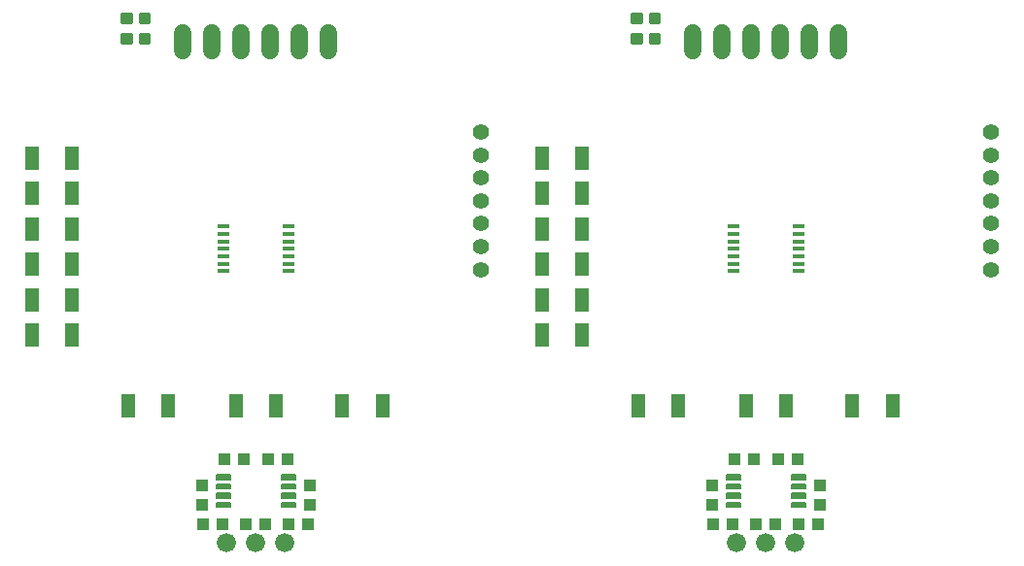
<source format=gbr>
G04 EAGLE Gerber RS-274X export*
G75*
%MOMM*%
%FSLAX34Y34*%
%LPD*%
%INSoldermask Bottom*%
%IPPOS*%
%AMOC8*
5,1,8,0,0,1.08239X$1,22.5*%
G01*
%ADD10R,1.270000X2.060000*%
%ADD11R,1.000000X0.350000*%
%ADD12C,0.130000*%
%ADD13R,1.100000X1.000000*%
%ADD14R,1.000000X1.100000*%
%ADD15C,0.300000*%
%ADD16C,1.422400*%
%ADD17C,1.676400*%
%ADD18C,1.524000*%


D10*
X104688Y157163D03*
X139788Y157163D03*
D11*
X187650Y274188D03*
X187650Y280688D03*
X187650Y287188D03*
X187650Y293688D03*
X187650Y300188D03*
X187650Y306688D03*
X187650Y313188D03*
X244150Y313188D03*
X244150Y306688D03*
X244150Y300188D03*
X244150Y293688D03*
X244150Y287188D03*
X244150Y280688D03*
X244150Y274188D03*
D12*
X193300Y68600D02*
X181500Y68600D01*
X181500Y72500D01*
X193300Y72500D01*
X193300Y68600D01*
X193300Y69835D02*
X181500Y69835D01*
X181500Y71070D02*
X193300Y71070D01*
X193300Y72305D02*
X181500Y72305D01*
X181500Y76600D02*
X193300Y76600D01*
X181500Y76600D02*
X181500Y80500D01*
X193300Y80500D01*
X193300Y76600D01*
X193300Y77835D02*
X181500Y77835D01*
X181500Y79070D02*
X193300Y79070D01*
X193300Y80305D02*
X181500Y80305D01*
X181500Y84600D02*
X193300Y84600D01*
X181500Y84600D02*
X181500Y88500D01*
X193300Y88500D01*
X193300Y84600D01*
X193300Y85835D02*
X181500Y85835D01*
X181500Y87070D02*
X193300Y87070D01*
X193300Y88305D02*
X181500Y88305D01*
X181500Y92600D02*
X193300Y92600D01*
X181500Y92600D02*
X181500Y96500D01*
X193300Y96500D01*
X193300Y92600D01*
X193300Y93835D02*
X181500Y93835D01*
X181500Y95070D02*
X193300Y95070D01*
X193300Y96305D02*
X181500Y96305D01*
X238500Y92600D02*
X250300Y92600D01*
X238500Y92600D02*
X238500Y96500D01*
X250300Y96500D01*
X250300Y92600D01*
X250300Y93835D02*
X238500Y93835D01*
X238500Y95070D02*
X250300Y95070D01*
X250300Y96305D02*
X238500Y96305D01*
X238500Y84600D02*
X250300Y84600D01*
X238500Y84600D02*
X238500Y88500D01*
X250300Y88500D01*
X250300Y84600D01*
X250300Y85835D02*
X238500Y85835D01*
X238500Y87070D02*
X250300Y87070D01*
X250300Y88305D02*
X238500Y88305D01*
X238500Y76600D02*
X250300Y76600D01*
X238500Y76600D02*
X238500Y80500D01*
X250300Y80500D01*
X250300Y76600D01*
X250300Y77835D02*
X238500Y77835D01*
X238500Y79070D02*
X250300Y79070D01*
X250300Y80305D02*
X238500Y80305D01*
X238500Y68600D02*
X250300Y68600D01*
X238500Y68600D02*
X238500Y72500D01*
X250300Y72500D01*
X250300Y68600D01*
X250300Y69835D02*
X238500Y69835D01*
X238500Y71070D02*
X250300Y71070D01*
X250300Y72305D02*
X238500Y72305D01*
D13*
X226450Y110331D03*
X243450Y110331D03*
D14*
X262731Y70081D03*
X262731Y87081D03*
D13*
X188350Y110331D03*
X205350Y110331D03*
X187094Y53975D03*
X170094Y53975D03*
D14*
X169069Y70081D03*
X169069Y87081D03*
D13*
X224400Y53975D03*
X207400Y53975D03*
X261706Y53975D03*
X244706Y53975D03*
D15*
X122850Y498062D02*
X115850Y498062D01*
X122850Y498062D02*
X122850Y491062D01*
X115850Y491062D01*
X115850Y498062D01*
X115850Y493912D02*
X122850Y493912D01*
X122850Y496762D02*
X115850Y496762D01*
X115850Y480522D02*
X122850Y480522D01*
X122850Y473522D01*
X115850Y473522D01*
X115850Y480522D01*
X115850Y476372D02*
X122850Y476372D01*
X122850Y479222D02*
X115850Y479222D01*
X106975Y498062D02*
X99975Y498062D01*
X106975Y498062D02*
X106975Y491062D01*
X99975Y491062D01*
X99975Y498062D01*
X99975Y493912D02*
X106975Y493912D01*
X106975Y496762D02*
X99975Y496762D01*
X99975Y480522D02*
X106975Y480522D01*
X106975Y473522D01*
X99975Y473522D01*
X99975Y480522D01*
X99975Y476372D02*
X106975Y476372D01*
X106975Y479222D02*
X99975Y479222D01*
D10*
X198350Y157163D03*
X233450Y157163D03*
X291219Y157163D03*
X326319Y157163D03*
D16*
X412433Y275661D03*
X412433Y295661D03*
X412433Y315661D03*
X412433Y335661D03*
X412433Y355661D03*
X412433Y375661D03*
X412433Y395661D03*
D17*
X190500Y37306D03*
X215900Y37306D03*
X241300Y37306D03*
D18*
X203200Y467043D02*
X203200Y482283D01*
X177800Y482283D02*
X177800Y467043D01*
X152400Y467043D02*
X152400Y482283D01*
X228600Y482283D02*
X228600Y467043D01*
X254000Y467043D02*
X254000Y482283D01*
X279400Y482283D02*
X279400Y467043D01*
D10*
X55650Y342106D03*
X20550Y342106D03*
X55650Y311150D03*
X20550Y311150D03*
X55650Y280194D03*
X20550Y280194D03*
X55650Y249238D03*
X20550Y249238D03*
X55650Y218281D03*
X20550Y218281D03*
X55650Y373063D03*
X20550Y373063D03*
X549188Y157163D03*
X584288Y157163D03*
D11*
X632150Y274188D03*
X632150Y280688D03*
X632150Y287188D03*
X632150Y293688D03*
X632150Y300188D03*
X632150Y306688D03*
X632150Y313188D03*
X688650Y313188D03*
X688650Y306688D03*
X688650Y300188D03*
X688650Y293688D03*
X688650Y287188D03*
X688650Y280688D03*
X688650Y274188D03*
D12*
X637800Y68600D02*
X626000Y68600D01*
X626000Y72500D01*
X637800Y72500D01*
X637800Y68600D01*
X637800Y69835D02*
X626000Y69835D01*
X626000Y71070D02*
X637800Y71070D01*
X637800Y72305D02*
X626000Y72305D01*
X626000Y76600D02*
X637800Y76600D01*
X626000Y76600D02*
X626000Y80500D01*
X637800Y80500D01*
X637800Y76600D01*
X637800Y77835D02*
X626000Y77835D01*
X626000Y79070D02*
X637800Y79070D01*
X637800Y80305D02*
X626000Y80305D01*
X626000Y84600D02*
X637800Y84600D01*
X626000Y84600D02*
X626000Y88500D01*
X637800Y88500D01*
X637800Y84600D01*
X637800Y85835D02*
X626000Y85835D01*
X626000Y87070D02*
X637800Y87070D01*
X637800Y88305D02*
X626000Y88305D01*
X626000Y92600D02*
X637800Y92600D01*
X626000Y92600D02*
X626000Y96500D01*
X637800Y96500D01*
X637800Y92600D01*
X637800Y93835D02*
X626000Y93835D01*
X626000Y95070D02*
X637800Y95070D01*
X637800Y96305D02*
X626000Y96305D01*
X683000Y92600D02*
X694800Y92600D01*
X683000Y92600D02*
X683000Y96500D01*
X694800Y96500D01*
X694800Y92600D01*
X694800Y93835D02*
X683000Y93835D01*
X683000Y95070D02*
X694800Y95070D01*
X694800Y96305D02*
X683000Y96305D01*
X683000Y84600D02*
X694800Y84600D01*
X683000Y84600D02*
X683000Y88500D01*
X694800Y88500D01*
X694800Y84600D01*
X694800Y85835D02*
X683000Y85835D01*
X683000Y87070D02*
X694800Y87070D01*
X694800Y88305D02*
X683000Y88305D01*
X683000Y76600D02*
X694800Y76600D01*
X683000Y76600D02*
X683000Y80500D01*
X694800Y80500D01*
X694800Y76600D01*
X694800Y77835D02*
X683000Y77835D01*
X683000Y79070D02*
X694800Y79070D01*
X694800Y80305D02*
X683000Y80305D01*
X683000Y68600D02*
X694800Y68600D01*
X683000Y68600D02*
X683000Y72500D01*
X694800Y72500D01*
X694800Y68600D01*
X694800Y69835D02*
X683000Y69835D01*
X683000Y71070D02*
X694800Y71070D01*
X694800Y72305D02*
X683000Y72305D01*
D13*
X670950Y110331D03*
X687950Y110331D03*
D14*
X707231Y70081D03*
X707231Y87081D03*
D13*
X632850Y110331D03*
X649850Y110331D03*
X631594Y53975D03*
X614594Y53975D03*
D14*
X613569Y70081D03*
X613569Y87081D03*
D13*
X668900Y53975D03*
X651900Y53975D03*
X706206Y53975D03*
X689206Y53975D03*
D15*
X567350Y498062D02*
X560350Y498062D01*
X567350Y498062D02*
X567350Y491062D01*
X560350Y491062D01*
X560350Y498062D01*
X560350Y493912D02*
X567350Y493912D01*
X567350Y496762D02*
X560350Y496762D01*
X560350Y480522D02*
X567350Y480522D01*
X567350Y473522D01*
X560350Y473522D01*
X560350Y480522D01*
X560350Y476372D02*
X567350Y476372D01*
X567350Y479222D02*
X560350Y479222D01*
X551475Y498062D02*
X544475Y498062D01*
X551475Y498062D02*
X551475Y491062D01*
X544475Y491062D01*
X544475Y498062D01*
X544475Y493912D02*
X551475Y493912D01*
X551475Y496762D02*
X544475Y496762D01*
X544475Y480522D02*
X551475Y480522D01*
X551475Y473522D01*
X544475Y473522D01*
X544475Y480522D01*
X544475Y476372D02*
X551475Y476372D01*
X551475Y479222D02*
X544475Y479222D01*
D10*
X642850Y157163D03*
X677950Y157163D03*
X735719Y157163D03*
X770819Y157163D03*
D16*
X856933Y275661D03*
X856933Y295661D03*
X856933Y315661D03*
X856933Y335661D03*
X856933Y355661D03*
X856933Y375661D03*
X856933Y395661D03*
D17*
X635000Y37306D03*
X660400Y37306D03*
X685800Y37306D03*
D18*
X647700Y467043D02*
X647700Y482283D01*
X622300Y482283D02*
X622300Y467043D01*
X596900Y467043D02*
X596900Y482283D01*
X673100Y482283D02*
X673100Y467043D01*
X698500Y467043D02*
X698500Y482283D01*
X723900Y482283D02*
X723900Y467043D01*
D10*
X500150Y342106D03*
X465050Y342106D03*
X500150Y311150D03*
X465050Y311150D03*
X500150Y280194D03*
X465050Y280194D03*
X500150Y249238D03*
X465050Y249238D03*
X500150Y218281D03*
X465050Y218281D03*
X500150Y373063D03*
X465050Y373063D03*
M02*

</source>
